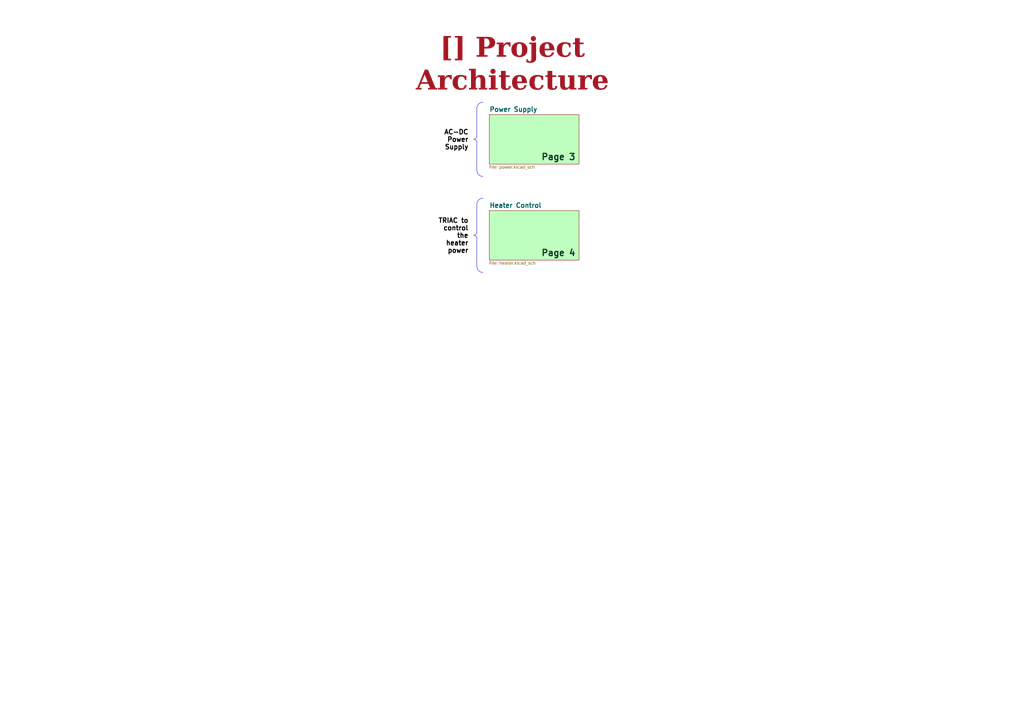
<source format=kicad_sch>
(kicad_sch
	(version 20250114)
	(generator "eeschema")
	(generator_version "9.0")
	(uuid "43756dca-f8f6-4179-bbe2-5af9585c666d")
	(paper "A3")
	(title_block
		(title "Project Architecture")
		(date "2025-09-09")
		(rev "${REVISION}")
		(company "${COMPANY}")
	)
	(lib_symbols)
	(arc
		(start 198.12 111.76)
		(mid 196.3298 111.0102)
		(end 195.58 109.22)
		(stroke
			(width 0)
			(type default)
		)
		(fill
			(type none)
		)
		(uuid 1ba8d8c3-e334-446e-9b18-b3f12e0ed3d5)
	)
	(arc
		(start 195.58 83.82)
		(mid 196.3239 82.0239)
		(end 198.12 81.28)
		(stroke
			(width 0)
			(type default)
		)
		(fill
			(type none)
		)
		(uuid 3d801467-60d4-4612-8cef-212c905ec7df)
	)
	(arc
		(start 195.58 55.88)
		(mid 195.2051 56.7751)
		(end 194.31 57.15)
		(stroke
			(width 0)
			(type default)
		)
		(fill
			(type none)
		)
		(uuid 463357f7-f9d2-46fa-b0b6-a6251e6ce150)
	)
	(arc
		(start 194.31 96.52)
		(mid 195.2051 96.8949)
		(end 195.58 97.79)
		(stroke
			(width 0)
			(type default)
		)
		(fill
			(type none)
		)
		(uuid 82367db9-a61f-4976-9c93-00b17cc3e002)
	)
	(arc
		(start 195.58 95.25)
		(mid 195.2051 96.1451)
		(end 194.31 96.52)
		(stroke
			(width 0)
			(type default)
		)
		(fill
			(type none)
		)
		(uuid 85c6baa5-410a-4ad6-b28a-1cca26f45bc4)
	)
	(arc
		(start 194.31 57.15)
		(mid 195.2051 57.5249)
		(end 195.58 58.42)
		(stroke
			(width 0)
			(type default)
		)
		(fill
			(type none)
		)
		(uuid a134b516-cfaf-437e-b6e0-fd4fe5086d29)
	)
	(arc
		(start 195.58 44.45)
		(mid 196.3239 42.6539)
		(end 198.12 41.91)
		(stroke
			(width 0)
			(type default)
		)
		(fill
			(type none)
		)
		(uuid d1fe5f0f-24cb-4f3d-baf1-1b36c0a6f68e)
	)
	(arc
		(start 198.12 72.39)
		(mid 196.3298 71.6402)
		(end 195.58 69.85)
		(stroke
			(width 0)
			(type default)
		)
		(fill
			(type none)
		)
		(uuid d8a608aa-d710-4d73-9273-2b52adac6230)
	)
	(text "Page 4"
		(exclude_from_sim no)
		(at 236.22 105.41 0)
		(effects
			(font
				(size 2.54 2.54)
				(bold yes)
				(color 20 60 40 1)
			)
			(justify right bottom)
			(href "#4")
		)
		(uuid "356f5cf3-ae4f-4154-863d-7e186ac0a423")
	)
	(text "Page 3"
		(exclude_from_sim no)
		(at 236.22 66.04 0)
		(effects
			(font
				(size 2.54 2.54)
				(bold yes)
				(color 20 60 40 1)
			)
			(justify right bottom)
			(href "#3")
		)
		(uuid "978bb74e-ca07-4b21-b2dc-19b812f717e9")
	)
	(text_box "AC-DC Power Supply"
		(exclude_from_sim no)
		(at 176.53 54.61 0)
		(size 17.145 5.08)
		(margins 1.4287 1.4287 1.4287 1.4287)
		(stroke
			(width -0.0001)
			(type solid)
		)
		(fill
			(type none)
		)
		(effects
			(font
				(size 1.905 1.905)
				(thickness 0.381)
				(bold yes)
				(color 0 0 0 1)
			)
			(justify right)
		)
		(uuid "51bc3fdc-86f1-4742-b7d8-53f1faaab343")
	)
	(text_box "[${#}] ${TITLE}"
		(exclude_from_sim no)
		(at 144.78 20.32 0)
		(size 130.81 12.7)
		(margins 5.9999 5.9999 5.9999 5.9999)
		(stroke
			(width -0.0001)
			(type default)
		)
		(fill
			(type none)
		)
		(effects
			(font
				(face "Times New Roman")
				(size 8 8)
				(thickness 1.2)
				(bold yes)
				(color 162 22 34 1)
			)
		)
		(uuid "7fa5cc40-6c97-487c-9cc7-412504f68533")
	)
	(text_box "TRIAC to control the heater power"
		(exclude_from_sim no)
		(at 176.53 93.98 0)
		(size 17.145 5.08)
		(margins 1.4287 1.4287 1.4287 1.4287)
		(stroke
			(width -0.0001)
			(type solid)
		)
		(fill
			(type none)
		)
		(effects
			(font
				(size 1.905 1.905)
				(thickness 0.381)
				(bold yes)
				(color 0 0 0 1)
			)
			(justify right)
		)
		(uuid "cb521ffb-6aca-4673-9a7b-cee7970df960")
	)
	(polyline
		(pts
			(xy 195.58 97.79) (xy 195.58 109.22)
		)
		(stroke
			(width 0)
			(type default)
		)
		(uuid "096e71af-fb5b-4fe3-bdf7-b7fb848295cc")
	)
	(polyline
		(pts
			(xy 195.58 58.42) (xy 195.58 69.85)
		)
		(stroke
			(width 0)
			(type default)
		)
		(uuid "1e3c70a2-22df-46ef-a52f-0f821498dc0c")
	)
	(polyline
		(pts
			(xy 195.58 95.25) (xy 195.58 83.82)
		)
		(stroke
			(width 0)
			(type default)
		)
		(uuid "3d422292-a5dc-4417-b283-b01da73f48ad")
	)
	(polyline
		(pts
			(xy 195.58 55.88) (xy 195.58 44.45)
		)
		(stroke
			(width 0)
			(type default)
		)
		(uuid "41045457-e885-4cf4-93f2-cdba80791e7b")
	)
	(sheet
		(at 200.66 46.99)
		(size 36.83 20.32)
		(exclude_from_sim no)
		(in_bom yes)
		(on_board yes)
		(dnp no)
		(fields_autoplaced yes)
		(stroke
			(width 0.1524)
			(type solid)
		)
		(fill
			(color 128 255 128 0.5000)
		)
		(uuid "7d5a1283-086b-46b0-8df7-a9850521fb5e")
		(property "Sheetname" "Power Supply"
			(at 200.66 45.9609 0)
			(effects
				(font
					(size 1.905 1.905)
					(bold yes)
				)
				(justify left bottom)
			)
		)
		(property "Sheetfile" "power.kicad_sch"
			(at 200.66 67.8946 0)
			(effects
				(font
					(face "Arial")
					(size 1.27 1.27)
				)
				(justify left top)
			)
		)
		(instances
			(project "powerBoard"
				(path "/0650c7a8-acba-429c-9f8e-eec0baf0bc1c/fede4c36-00cc-4d3d-b71c-5243ba232202"
					(page "3")
				)
			)
		)
	)
	(sheet
		(at 200.66 86.36)
		(size 36.83 20.32)
		(exclude_from_sim no)
		(in_bom yes)
		(on_board yes)
		(dnp no)
		(fields_autoplaced yes)
		(stroke
			(width 0.1524)
			(type solid)
		)
		(fill
			(color 128 255 128 0.5000)
		)
		(uuid "e288cd9a-c568-4281-a65a-4fa182296da5")
		(property "Sheetname" "Heater Control"
			(at 200.66 85.3309 0)
			(effects
				(font
					(size 1.905 1.905)
					(bold yes)
				)
				(justify left bottom)
			)
		)
		(property "Sheetfile" "heater.kicad_sch"
			(at 200.66 107.2646 0)
			(effects
				(font
					(face "Arial")
					(size 1.27 1.27)
				)
				(justify left top)
			)
		)
		(instances
			(project "powerBoard"
				(path "/0650c7a8-acba-429c-9f8e-eec0baf0bc1c/fede4c36-00cc-4d3d-b71c-5243ba232202"
					(page "4")
				)
			)
		)
	)
)

</source>
